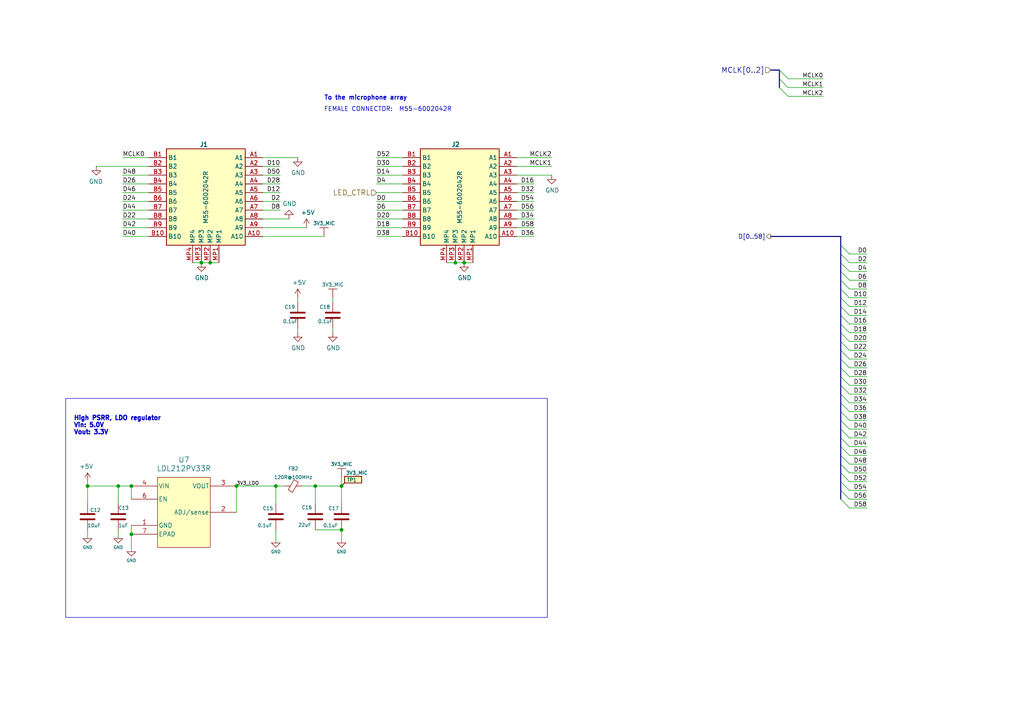
<source format=kicad_sch>
(kicad_sch (version 20250114) (generator "eeschema") (generator_version "9.0")
  (paper "A4")
  (lib_symbols
    (symbol "Connector:TestPoint_Flag" (pin_numbers (hide yes)) (pin_names (offset 0.762) (hide yes))
      (property "Reference" "TP" (at 3.429 1.778 0))
      (property "Value" "TestPoint_Flag" (at 3.302 4.191 0))
      (symbol "TestPoint_Flag_0_1"
        (polyline (pts (xy 0 0) (xy 0.889 0.889)) (stroke (width 0.254)))
        (rectangle (start 0.889 2.794) (end 5.842 0.889) (stroke (width 0.254)) (fill (type background)))
      )
      (symbol "TestPoint_Flag_1_1"
        (pin passive line (at 0 0 90) (length 0) (name "1") (number "1"))
      )
    )
    (symbol "Device:C" (pin_numbers (hide yes)) (pin_names (offset 0.254))
      (property "Reference" "C" (at 0.635 2.54 0))
      (property "Value" "C" (at 0.635 -2.54 0))
      (symbol "C_0_1"
        (polyline (pts (xy -2.032 0.762) (xy 2.032 0.762)) (stroke (width 0.508)))
        (polyline (pts (xy -2.032 -0.762) (xy 2.032 -0.762)) (stroke (width 0.508)))
      )
      (symbol "C_1_1"
        (pin passive line (at 0 3.81 270) (length 2.794) (name "~") (number "1"))
        (pin passive line (at 0 -3.81 90) (length 2.794) (name "~") (number "2"))
      )
    )
    (symbol "Device:FerriteBead_Small" (pin_numbers (hide yes)) (pin_names (offset 0))
      (property "Reference" "FB" (at 1.905 1.27 0))
      (property "Value" "FerriteBead_Small" (at 1.905 -1.27 0))
      (symbol "FerriteBead_Small_0_1"
        (polyline (pts (xy -1.8288 0.2794) (xy -1.1176 1.4986) (xy 1.8288 -0.2032) (xy 1.1176 -1.4224) (xy -1.8288 0.2794)))
        (polyline (pts (xy 0 0.889) (xy 0 1.2954)))
        (polyline (pts (xy 0 -1.27) (xy 0 -0.7874)))
      )
      (symbol "FerriteBead_Small_1_1"
        (pin passive line (at 0 2.54 270) (length 1.27) (name "~") (number "1"))
        (pin passive line (at 0 -2.54 90) (length 1.27) (name "~") (number "2"))
      )
    )
    (symbol "GND-crystal4p-matrix_rpi-rescue_10" (power) (pin_numbers (hide yes)) (pin_names (offset 0) (hide yes))
      (symbol "GND-crystal4p-matrix_rpi-rescue_10_0_1"
        (polyline (pts (xy -1.27 0) (xy 0 -1.27) (xy 1.27 0) (xy -1.27 0)))
      )
      (symbol "GND-crystal4p-matrix_rpi-rescue_10_1_1"
        (pin power_in line (at 0 0 90) (length 0) (hide yes) (name "GND") (number "1"))
      )
    )
    (symbol "GND-crystal4p-matrix_rpi-rescue_6" (power) (pin_numbers (hide yes)) (pin_names (offset 0) (hide yes))
      (symbol "GND-crystal4p-matrix_rpi-rescue_6_0_1"
        (polyline (pts (xy -1.27 0) (xy 0 -1.27) (xy 1.27 0) (xy -1.27 0)))
      )
      (symbol "GND-crystal4p-matrix_rpi-rescue_6_1_1"
        (pin power_in line (at 0 0 90) (length 0) (hide yes) (name "GND") (number "1"))
      )
    )
    (symbol "GND-crystal4p-matrix_rpi-rescue_7" (power) (pin_numbers (hide yes)) (pin_names (offset 0) (hide yes))
      (symbol "GND-crystal4p-matrix_rpi-rescue_7_0_1"
        (polyline (pts (xy -1.27 0) (xy 0 -1.27) (xy 1.27 0) (xy -1.27 0)))
      )
      (symbol "GND-crystal4p-matrix_rpi-rescue_7_1_1"
        (pin power_in line (at 0 0 90) (length 0) (hide yes) (name "GND") (number "1"))
      )
    )
    (symbol "GND-crystal4p-matrix_rpi-rescue_8" (power) (pin_numbers (hide yes)) (pin_names (offset 0) (hide yes))
      (symbol "GND-crystal4p-matrix_rpi-rescue_8_0_1"
        (polyline (pts (xy -1.27 0) (xy 0 -1.27) (xy 1.27 0) (xy -1.27 0)))
      )
      (symbol "GND-crystal4p-matrix_rpi-rescue_8_1_1"
        (pin power_in line (at 0 0 90) (length 0) (hide yes) (name "GND") (number "1"))
      )
    )
    (symbol "LDL212PV33R:LDL212PV33R" (pin_names (offset 0.254))
      (property "Reference" "U" (at 17.78 11.43 0))
      (property "Value" "LDL212PV33R" (at 17.78 8.89 0))
      (symbol "LDL212PV33R_1_1"
        (rectangle (start 0 6.35) (end 15.24 -13.97) (fill (type background)))
        (pin power_in line (at -7.62 3.81 0) (length 7.62) (name "VIN") (number "4"))
        (pin input line (at -7.62 0 0) (length 7.62) (name "EN") (number "6"))
        (pin power_in line (at -7.62 -7.62 0) (length 7.62) (name "GND") (number "1"))
        (pin power_in line (at -7.62 -10.16 0) (length 7.62) (name "EPAD") (number "7"))
        (pin power_out line (at 22.86 3.81 180) (length 7.62) (name "VOUT") (number "3"))
        (pin input line (at 22.86 -3.81 180) (length 7.62) (name "ADJ/sense") (number "2"))
        (pin no_connect line (at 26.67 -10.16 180) (length 7.62) (hide yes) (name "NC") (number "5"))
      )
    )
    (symbol "M55-7002042R:M55-7002042R"
      (property "Reference" "J" (at 34.29 15.24 0))
      (property "Value" "M55-7002042R" (at 34.29 12.7 0))
      (symbol "M55-7002042R_1_1"
        (rectangle (start 5.08 10.16) (end 33.02 -12.7) (stroke (width 0.254)) (fill (type background)))
        (pin passive line (at 0 2.54 0) (length 5.08) (name "MP4") (number "MP4"))
        (pin passive line (at 0 0 0) (length 5.08) (name "MP3") (number "MP3"))
        (pin passive line (at 0 -2.54 0) (length 5.08) (name "MP2") (number "MP2"))
        (pin passive line (at 0 -5.08 0) (length 5.08) (name "MP1") (number "MP1"))
        (pin passive line (at 7.62 15.24 270) (length 5.08) (name "B10") (number "B10"))
        (pin passive line (at 7.62 -17.78 90) (length 5.08) (name "A10") (number "A10"))
        (pin passive line (at 10.16 15.24 270) (length 5.08) (name "B9") (number "B9"))
        (pin passive line (at 10.16 -17.78 90) (length 5.08) (name "A9") (number "A9"))
        (pin passive line (at 12.7 15.24 270) (length 5.08) (name "B8") (number "B8"))
        (pin passive line (at 12.7 -17.78 90) (length 5.08) (name "A8") (number "A8"))
        (pin passive line (at 15.24 15.24 270) (length 5.08) (name "B7") (number "B7"))
        (pin passive line (at 15.24 -17.78 90) (length 5.08) (name "A7") (number "A7"))
        (pin passive line (at 17.78 15.24 270) (length 5.08) (name "B6") (number "B6"))
        (pin passive line (at 17.78 -17.78 90) (length 5.08) (name "A6") (number "A6"))
        (pin passive line (at 20.32 15.24 270) (length 5.08) (name "B5") (number "B5"))
        (pin passive line (at 20.32 -17.78 90) (length 5.08) (name "A5") (number "A5"))
        (pin passive line (at 22.86 15.24 270) (length 5.08) (name "B4") (number "B4"))
        (pin passive line (at 22.86 -17.78 90) (length 5.08) (name "A4") (number "A4"))
        (pin passive line (at 25.4 15.24 270) (length 5.08) (name "B3") (number "B3"))
        (pin passive line (at 25.4 -17.78 90) (length 5.08) (name "A3") (number "A3"))
        (pin passive line (at 27.94 15.24 270) (length 5.08) (name "B2") (number "B2"))
        (pin passive line (at 27.94 -17.78 90) (length 5.08) (name "A2") (number "A2"))
        (pin passive line (at 30.48 15.24 270) (length 5.08) (name "B1") (number "B1"))
        (pin passive line (at 30.48 -17.78 90) (length 5.08) (name "A1") (number "A1"))
      )
    )
    (symbol "array-rescue:GND-power-array-rescue" (power) (pin_names (offset 0))
      (property "Value" "GND-power-array-rescue" (at 0 -3.81 0))
      (symbol "GND-power-array-rescue_0_1"
        (polyline (pts (xy 0 0) (xy 0 -1.27) (xy 1.27 -1.27) (xy 0 -2.54) (xy -1.27 -1.27) (xy 0 -1.27)))
      )
      (symbol "GND-power-array-rescue_1_1"
        (pin power_in line (at 0 0 270) (length 0) (hide yes) (name "GND") (number "1"))
      )
    )
    (symbol "power:+5V" (power) (pin_names (offset 0))
      (property "Value" "+5V" (at 0 3.556 0))
      (symbol "+5V_0_1"
        (polyline (pts (xy -0.762 1.27) (xy 0 2.54)))
        (polyline (pts (xy 0 2.54) (xy 0.762 1.27)))
        (polyline (pts (xy 0 0) (xy 0 2.54)))
      )
      (symbol "+5V_1_1"
        (pin power_in line (at 0 0 90) (length 0) (hide yes) (name "+5V") (number "1"))
      )
    )
    (symbol "power_symbols:3V3_MIC" (power) (pin_names (offset 0))
      (property "Value" "3V3_MIC" (at 0 3.6046 0))
      (symbol "3V3_MIC_0_1"
        (polyline (pts (xy -1.27 2.54) (xy 1.27 2.54)))
        (polyline (pts (xy 0 0) (xy 0 2.54)))
      )
      (symbol "3V3_MIC_1_1"
        (pin power_in line (at 0 0 90) (length 0) (hide yes) (name "3V3_MIC") (number "1"))
      )
    )
  )
  (rectangle (start 19.05 115.57) (end 158.75 179.07))
  (text "To the microphone array" (at 93.98 29.21 0) (effects (font (size 1.27 1.27) (thickness 0.254) (bold yes)) (justify left bottom)))
  (text "High PSRR, LDO regulator\nVin: 5.0V\nVout: 3.3V" (at 21.336 123.444 0) (effects (font (size 1.27 1.27) (thickness 0.4) (bold yes)) (justify left)))
  (text "FEMALE CONNECTOR:  M55-6002042R" (at 93.98 32.512 0) (effects (font (size 1.27 1.27)) (justify left bottom)))
  (junction (at 34.29 140.97))
  (junction (at 134.62 76.2))
  (junction (at 68.58 140.97))
  (junction (at 38.1 140.97))
  (junction (at 99.06 140.97))
  (junction (at 60.96 76.2))
  (junction (at 132.08 76.2))
  (junction (at 80.01 140.97))
  (junction (at 25.4 140.97))
  (junction (at 99.06 153.67))
  (junction (at 38.1 154.94))
  (junction (at 91.44 140.97))
  (junction (at 58.42 76.2))
  (bus_entry (at 246.38 109.22) (size -2.54 -2.54))
  (bus_entry (at 226.06 25.4) (size 2.54 2.54))
  (bus_entry (at 246.38 139.7) (size -2.54 -2.54))
  (bus_entry (at 246.38 134.62) (size -2.54 -2.54))
  (bus_entry (at 246.38 83.82) (size -2.54 -2.54))
  (bus_entry (at 246.38 111.76) (size -2.54 -2.54))
  (bus_entry (at 246.38 73.66) (size -2.54 -2.54))
  (bus_entry (at 246.38 124.46) (size -2.54 -2.54))
  (bus_entry (at 246.38 91.44) (size -2.54 -2.54))
  (bus_entry (at 246.38 81.28) (size -2.54 -2.54))
  (bus_entry (at 246.38 121.92) (size -2.54 -2.54))
  (bus_entry (at 246.38 101.6) (size -2.54 -2.54))
  (bus_entry (at 226.06 22.86) (size 2.54 2.54))
  (bus_entry (at 246.38 129.54) (size -2.54 -2.54))
  (bus_entry (at 246.38 116.84) (size -2.54 -2.54))
  (bus_entry (at 246.38 96.52) (size -2.54 -2.54))
  (bus_entry (at 246.38 119.38) (size -2.54 -2.54))
  (bus_entry (at 246.38 99.06) (size -2.54 -2.54))
  (bus_entry (at 246.38 147.32) (size -2.54 -2.54))
  (bus_entry (at 226.06 20.32) (size 2.54 2.54))
  (bus_entry (at 246.38 88.9) (size -2.54 -2.54))
  (bus_entry (at 246.38 132.08) (size -2.54 -2.54))
  (bus_entry (at 246.38 106.68) (size -2.54 -2.54))
  (bus_entry (at 246.38 93.98) (size -2.54 -2.54))
  (bus_entry (at 246.38 104.14) (size -2.54 -2.54))
  (bus_entry (at 246.38 144.78) (size -2.54 -2.54))
  (bus_entry (at 246.38 114.3) (size -2.54 -2.54))
  (bus_entry (at 246.38 76.2) (size -2.54 -2.54))
  (bus_entry (at 246.38 78.74) (size -2.54 -2.54))
  (bus_entry (at 246.38 86.36) (size -2.54 -2.54))
  (bus_entry (at 246.38 127) (size -2.54 -2.54))
  (bus_entry (at 246.38 142.24) (size -2.54 -2.54))
  (bus_entry (at 246.38 137.16) (size -2.54 -2.54))
  (wire (pts (xy 251.46 86.36) (xy 246.38 86.36)))
  (wire (pts (xy 251.46 114.3) (xy 246.38 114.3)))
  (wire (pts (xy 25.4 156.21) (xy 25.4 153.67)))
  (wire (pts (xy 76.2 50.8) (xy 81.28 50.8)))
  (wire (pts (xy 76.2 58.42) (xy 81.28 58.42)))
  (wire (pts (xy 25.4 140.97) (xy 34.29 140.97)))
  (wire (pts (xy 60.96 76.2) (xy 63.5 76.2)))
  (wire (pts (xy 251.46 78.74) (xy 246.38 78.74)))
  (wire (pts (xy 82.55 140.97) (xy 80.01 140.97)))
  (wire (pts (xy 38.1 154.94) (xy 38.1 160.02)))
  (bus (pts (xy 243.84 71.12) (xy 243.84 73.66)))
  (bus (pts (xy 243.84 101.6) (xy 243.84 104.14)))
  (wire (pts (xy 99.06 138.43) (xy 99.06 140.97)))
  (wire (pts (xy 251.46 101.6) (xy 246.38 101.6)))
  (wire (pts (xy 251.46 147.32) (xy 246.38 147.32)))
  (wire (pts (xy 251.46 96.52) (xy 246.38 96.52)))
  (wire (pts (xy 149.86 66.04) (xy 154.94 66.04)))
  (wire (pts (xy 149.86 63.5) (xy 154.94 63.5)))
  (bus (pts (xy 243.84 127) (xy 243.84 129.54)))
  (bus (pts (xy 243.84 132.08) (xy 243.84 134.62)))
  (bus (pts (xy 243.84 96.52) (xy 243.84 99.06)))
  (wire (pts (xy 251.46 93.98) (xy 246.38 93.98)))
  (wire (pts (xy 99.06 140.97) (xy 99.06 146.05)))
  (wire (pts (xy 96.52 96.52) (xy 96.52 95.25)))
  (wire (pts (xy 251.46 127) (xy 246.38 127)))
  (wire (pts (xy 91.44 140.97) (xy 99.06 140.97)))
  (wire (pts (xy 91.44 140.97) (xy 91.44 146.05)))
  (wire (pts (xy 251.46 109.22) (xy 246.38 109.22)))
  (wire (pts (xy 251.46 83.82) (xy 246.38 83.82)))
  (wire (pts (xy 109.22 68.58) (xy 116.84 68.58)))
  (bus (pts (xy 243.84 83.82) (xy 243.84 86.36)))
  (bus (pts (xy 243.84 76.2) (xy 243.84 78.74)))
  (bus (pts (xy 243.84 109.22) (xy 243.84 111.76)))
  (wire (pts (xy 251.46 119.38) (xy 246.38 119.38)))
  (wire (pts (xy 68.58 140.97) (xy 80.01 140.97)))
  (wire (pts (xy 251.46 121.92) (xy 246.38 121.92)))
  (bus (pts (xy 243.84 68.58) (xy 243.84 71.12)))
  (wire (pts (xy 38.1 140.97) (xy 38.1 144.78)))
  (bus (pts (xy 243.84 93.98) (xy 243.84 96.52)))
  (wire (pts (xy 251.46 142.24) (xy 246.38 142.24)))
  (bus (pts (xy 243.84 116.84) (xy 243.84 119.38)))
  (wire (pts (xy 35.56 68.58) (xy 43.18 68.58)))
  (bus (pts (xy 243.84 119.38) (xy 243.84 121.92)))
  (wire (pts (xy 251.46 99.06) (xy 246.38 99.06)))
  (wire (pts (xy 149.86 50.8) (xy 160.02 50.8)))
  (wire (pts (xy 76.2 66.04) (xy 88.9 66.04)))
  (wire (pts (xy 251.46 134.62) (xy 246.38 134.62)))
  (wire (pts (xy 251.46 139.7) (xy 246.38 139.7)))
  (wire (pts (xy 55.88 76.2) (xy 58.42 76.2)))
  (wire (pts (xy 149.86 45.72) (xy 160.02 45.72)))
  (wire (pts (xy 251.46 76.2) (xy 246.38 76.2)))
  (bus (pts (xy 243.84 142.24) (xy 243.84 144.78)))
  (bus (pts (xy 243.84 88.9) (xy 243.84 91.44)))
  (wire (pts (xy 251.46 106.68) (xy 246.38 106.68)))
  (wire (pts (xy 34.29 153.67) (xy 34.29 156.21)))
  (wire (pts (xy 80.01 146.05) (xy 80.01 140.97)))
  (wire (pts (xy 68.58 140.97) (xy 68.58 148.59)))
  (bus (pts (xy 243.84 139.7) (xy 243.84 142.24)))
  (wire (pts (xy 134.62 76.2) (xy 137.16 76.2)))
  (wire (pts (xy 86.36 96.52) (xy 86.36 95.25)))
  (wire (pts (xy 35.56 60.96) (xy 43.18 60.96)))
  (wire (pts (xy 35.56 45.72) (xy 43.18 45.72)))
  (wire (pts (xy 76.2 45.72) (xy 86.36 45.72)))
  (wire (pts (xy 154.94 68.58) (xy 149.86 68.58)))
  (wire (pts (xy 109.22 63.5) (xy 116.84 63.5)))
  (wire (pts (xy 251.46 144.78) (xy 246.38 144.78)))
  (wire (pts (xy 80.01 157.48) (xy 80.01 153.67)))
  (wire (pts (xy 109.22 60.96) (xy 116.84 60.96)))
  (wire (pts (xy 149.86 48.26) (xy 160.02 48.26)))
  (wire (pts (xy 109.22 45.72) (xy 116.84 45.72)))
  (bus (pts (xy 243.84 99.06) (xy 243.84 101.6)))
  (wire (pts (xy 228.6 22.86) (xy 238.76 22.86)))
  (bus (pts (xy 243.84 91.44) (xy 243.84 93.98)))
  (bus (pts (xy 243.84 124.46) (xy 243.84 127)))
  (wire (pts (xy 76.2 68.58) (xy 93.98 68.58)))
  (wire (pts (xy 109.22 55.88) (xy 116.84 55.88)))
  (bus (pts (xy 226.06 20.32) (xy 226.06 22.86)))
  (bus (pts (xy 243.84 121.92) (xy 243.84 124.46)))
  (wire (pts (xy 109.22 53.34) (xy 116.84 53.34)))
  (bus (pts (xy 226.06 20.32) (xy 223.52 20.32)))
  (wire (pts (xy 58.42 76.2) (xy 60.96 76.2)))
  (wire (pts (xy 99.06 157.48) (xy 99.06 153.67)))
  (wire (pts (xy 109.22 58.42) (xy 116.84 58.42)))
  (bus (pts (xy 243.84 68.58) (xy 223.52 68.58)))
  (wire (pts (xy 251.46 116.84) (xy 246.38 116.84)))
  (wire (pts (xy 87.63 140.97) (xy 91.44 140.97)))
  (wire (pts (xy 129.54 76.2) (xy 132.08 76.2)))
  (bus (pts (xy 243.84 106.68) (xy 243.84 109.22)))
  (wire (pts (xy 76.2 48.26) (xy 81.28 48.26)))
  (wire (pts (xy 149.86 55.88) (xy 154.94 55.88)))
  (wire (pts (xy 251.46 124.46) (xy 246.38 124.46)))
  (bus (pts (xy 243.84 86.36) (xy 243.84 88.9)))
  (wire (pts (xy 25.4 139.7) (xy 25.4 140.97)))
  (bus (pts (xy 243.84 137.16) (xy 243.84 139.7)))
  (wire (pts (xy 96.52 86.36) (xy 96.52 87.63)))
  (wire (pts (xy 38.1 152.4) (xy 38.1 154.94)))
  (wire (pts (xy 149.86 53.34) (xy 154.94 53.34)))
  (wire (pts (xy 35.56 50.8) (xy 43.18 50.8)))
  (wire (pts (xy 251.46 129.54) (xy 246.38 129.54)))
  (wire (pts (xy 251.46 81.28) (xy 246.38 81.28)))
  (wire (pts (xy 251.46 132.08) (xy 246.38 132.08)))
  (wire (pts (xy 251.46 137.16) (xy 246.38 137.16)))
  (wire (pts (xy 76.2 63.5) (xy 83.82 63.5)))
  (wire (pts (xy 109.22 66.04) (xy 116.84 66.04)))
  (wire (pts (xy 134.62 76.2) (xy 132.08 76.2)))
  (bus (pts (xy 243.84 114.3) (xy 243.84 116.84)))
  (wire (pts (xy 109.22 48.26) (xy 116.84 48.26)))
  (wire (pts (xy 149.86 58.42) (xy 154.94 58.42)))
  (bus (pts (xy 243.84 104.14) (xy 243.84 106.68)))
  (wire (pts (xy 251.46 88.9) (xy 246.38 88.9)))
  (wire (pts (xy 76.2 55.88) (xy 81.28 55.88)))
  (wire (pts (xy 149.86 60.96) (xy 154.94 60.96)))
  (wire (pts (xy 27.94 48.26) (xy 43.18 48.26)))
  (bus (pts (xy 226.06 22.86) (xy 226.06 25.4)))
  (bus (pts (xy 243.84 73.66) (xy 243.84 76.2)))
  (wire (pts (xy 251.46 73.66) (xy 246.38 73.66)))
  (wire (pts (xy 35.56 66.04) (xy 43.18 66.04)))
  (bus (pts (xy 243.84 134.62) (xy 243.84 137.16)))
  (wire (pts (xy 251.46 111.76) (xy 246.38 111.76)))
  (wire (pts (xy 251.46 91.44) (xy 246.38 91.44)))
  (wire (pts (xy 91.44 153.67) (xy 99.06 153.67)))
  (wire (pts (xy 86.36 86.36) (xy 86.36 87.63)))
  (wire (pts (xy 228.6 25.4) (xy 238.76 25.4)))
  (bus (pts (xy 243.84 111.76) (xy 243.84 114.3)))
  (wire (pts (xy 76.2 53.34) (xy 81.28 53.34)))
  (wire (pts (xy 251.46 104.14) (xy 246.38 104.14)))
  (wire (pts (xy 34.29 140.97) (xy 38.1 140.97)))
  (wire (pts (xy 35.56 63.5) (xy 43.18 63.5)))
  (wire (pts (xy 35.56 53.34) (xy 43.18 53.34)))
  (wire (pts (xy 76.2 60.96) (xy 81.28 60.96)))
  (wire (pts (xy 109.22 50.8) (xy 116.84 50.8)))
  (bus (pts (xy 243.84 78.74) (xy 243.84 81.28)))
  (bus (pts (xy 243.84 81.28) (xy 243.84 83.82)))
  (wire (pts (xy 34.29 140.97) (xy 34.29 146.05)))
  (wire (pts (xy 228.6 27.94) (xy 238.76 27.94)))
  (wire (pts (xy 25.4 146.05) (xy 25.4 140.97)))
  (wire (pts (xy 35.56 58.42) (xy 43.18 58.42)))
  (wire (pts (xy 35.56 55.88) (xy 43.18 55.88)))
  (bus (pts (xy 243.84 129.54) (xy 243.84 132.08)))
  (label "D28" (at 81.28 53.34 180))
  (label "D6" (at 109.22 60.96 0))
  (label "D48" (at 35.56 50.8 0))
  (label "D10" (at 251.46 86.36 180))
  (label "D22" (at 35.56 63.5 0))
  (label "D6" (at 251.46 81.28 180))
  (label "D50" (at 251.46 137.16 180))
  (label "D12" (at 81.28 55.88 180))
  (label "D24" (at 35.56 58.42 0))
  (label "D16" (at 154.94 53.34 180))
  (label "D20" (at 109.22 63.5 0))
  (label "D0" (at 251.46 73.66 180))
  (label "D30" (at 251.46 111.76 180))
  (label "D44" (at 251.46 129.54 180))
  (label "3V3_LDO" (at 68.58 140.97 0) (effects (font (size 1 1))))
  (label "D46" (at 251.46 132.08 180))
  (label "MCLK2" (at 160.02 45.72 180))
  (label "D24" (at 251.46 104.14 180))
  (label "MCLK2" (at 238.76 27.94 180) (effects (font (size 1.1938 1.1938))))
  (label "D46" (at 35.56 55.88 0))
  (label "D2" (at 81.28 58.42 180))
  (label "D34" (at 251.46 116.84 180))
  (label "D58" (at 251.46 147.32 180))
  (label "D8" (at 81.28 60.96 180))
  (label "D36" (at 251.46 119.38 180))
  (label "MCLK0" (at 238.76 22.86 180) (effects (font (size 1.1938 1.1938))))
  (label "D14" (at 251.46 91.44 180))
  (label "D32" (at 251.46 114.3 180))
  (label "D30" (at 109.22 48.26 0))
  (label "D22" (at 251.46 101.6 180))
  (label "D38" (at 109.22 68.58 0))
  (label "D52" (at 251.46 139.7 180))
  (label "D54" (at 154.94 58.42 180))
  (label "D42" (at 35.56 66.04 0))
  (label "D26" (at 251.46 106.68 180))
  (label "D28" (at 251.46 109.22 180))
  (label "D20" (at 251.46 99.06 180))
  (label "D4" (at 251.46 78.74 180))
  (label "D54" (at 251.46 142.24 180))
  (label "D34" (at 154.94 63.5 180))
  (label "D16" (at 251.46 93.98 180))
  (label "D38" (at 251.46 121.92 180))
  (label "D18" (at 109.22 66.04 0))
  (label "D2" (at 251.46 76.2 180))
  (label "D12" (at 251.46 88.9 180))
  (label "D50" (at 81.28 50.8 180))
  (label "D10" (at 81.28 48.26 180))
  (label "MCLK1" (at 238.76 25.4 180) (effects (font (size 1.1938 1.1938))))
  (label "D58" (at 154.94 66.04 180))
  (label "D40" (at 35.56 68.58 0))
  (label "D56" (at 251.46 144.78 180))
  (label "D42" (at 251.46 127 180))
  (label "MCLK0" (at 35.56 45.72 0))
  (label "MCLK1" (at 160.02 48.26 180))
  (label "D36" (at 154.94 68.58 180))
  (label "D4" (at 109.22 53.34 0))
  (label "D32" (at 154.94 55.88 180))
  (label "D0" (at 109.22 58.42 0))
  (label "D56" (at 154.94 60.96 180))
  (label "D14" (at 109.22 50.8 0))
  (label "D48" (at 251.46 134.62 180))
  (label "D52" (at 109.22 45.72 0))
  (label "D18" (at 251.46 96.52 180))
  (label "D40" (at 251.46 124.46 180))
  (label "D26" (at 35.56 53.34 0))
  (label "D44" (at 35.56 60.96 0))
  (label "D8" (at 251.46 83.82 180))
  (hierarchical_label "LED_CTRL" (shape input) (at 109.22 55.88 180) (effects (font (size 1.524 1.524))))
  (hierarchical_label "MCLK[0..2]" (shape input) (at 223.52 20.32 180) (effects (font (size 1.524 1.524))))
  (hierarchical_label "D[0..58]" (shape output) (at 223.52 68.58 180))
  (symbol (lib_id "LDL212PV33R:LDL212PV33R") (at 45.72 144.78 0) (unit 1)
    (property "Reference" "U7" (at 53.34 133.35 0) (effects (font (size 1.524 1.524))))
    (property "Value" "LDL212PV33R" (at 53.34 135.89 0) (effects (font (size 1.524 1.524))))
    (property "Footprint" "smd:DFN_V33R_STM" (effects (hide yes)))
    (property "Datasheet" "LDL212PV33R" (effects (hide yes)))
    (property "LCSC" "C2969892" (effects (hide yes)))
    (property "Manufacturer_Part_Number" "LDL212PV33R" (effects (hide yes)))
  )
  (symbol (lib_id "array-rescue:GND-power-array-rescue") (at 96.52 96.52 0) (unit 1)
    (property "Reference" "#PWR040" (effects (hide yes)))
    (property "Value" "GND" (at 96.647 100.9142 0))
  )
  (symbol (lib_id "power:+5V") (at 86.36 86.36 0) (unit 1)
    (property "Reference" "#PWR055" (effects (hide yes)))
    (property "Value" "+5V" (at 86.741 81.9658 0))
  )
  (symbol (lib_id "Device:C") (at 80.01 149.86 0) (mirror y) (unit 1)
    (property "Reference" "C15" (at 79.248 147.447 0) (effects (font (size 1 1)) (justify left)))
    (property "Value" "0.1uF" (at 78.994 152.4 0) (effects (font (size 1 1)) (justify left)))
    (property "Footprint" "smd:C_0201_0603Metric" (effects (hide yes)))
    (property "Datasheet" "https://mm.digikey.com/Volume0/opasdata/d220001/medias/docus/41/CL03A104KQ3NNNC_SS.pdf" (effects (hide yes)))
    (property "Description" "CAP CER 0.1UF 50V X7R 0402" (effects (hide yes)))
    (property "Manufacturer_Part_Number" "0201X104K160NT" (effects (hide yes)))
    (property "Digikey Part Number" "587-3498-1-ND  " (effects (hide yes)))
    (property "LCSC" "C2846674" (effects (hide yes)))
  )
  (symbol (lib_id "power_symbols:3V3_MIC") (at 96.52 86.36 0) (unit 1)
    (property "Reference" "#PWR054" (effects (hide yes)))
    (property "Value" "3V3_MIC" (at 96.52 82.55 0) (effects (font (size 1 1))))
    (property "Description" "Power symbol creates a global label with name \"VREF_RPI\"" (effects (hide yes)))
  )
  (symbol (lib_id "array-rescue:GND-power-array-rescue") (at 27.94 48.26 0) (mirror y) (unit 1)
    (property "Reference" "#PWR048" (effects (hide yes)))
    (property "Value" "GND" (at 27.813 52.6542 0))
    (instances (project "array" (path "" (reference "#PWR0125") (unit 1))) (project "controller" (path "" (reference "#PWR048") (unit 1))) (project "t20_controller" (path "" (reference "#PWR02") (unit 1)) (path "" (reference "#PWR02") (unit 1))))
  )
  (symbol (lib_name "GND-crystal4p-matrix_rpi-rescue_10") (lib_id "matrix_rpi-rescue:GND-crystal4p-matrix_rpi-rescue") (at 99.06 157.48 0) (unit 1)
    (property "Reference" "#PWR051" (effects (hide yes)))
    (property "Value" "GND" (at 99.06 160.02 0) (effects (font (size 0.889 0.889))))
  )
  (symbol (lib_id "array-rescue:GND-power-array-rescue") (at 134.62 76.2 0) (unit 1)
    (property "Reference" "#PWR050" (effects (hide yes)))
    (property "Value" "GND" (at 134.747 80.5942 0))
    (instances (project "array" (path "" (reference "#PWR0122") (unit 1))) (project "controller" (path "" (reference "#PWR050") (unit 1))) (project "t20_controller" (path "" (reference "#PWR05") (unit 1)) (path "" (reference "#PWR05") (unit 1))))
  )
  (symbol (lib_id "array-rescue:GND-power-array-rescue") (at 86.36 96.52 0) (unit 1)
    (property "Reference" "#PWR041" (effects (hide yes)))
    (property "Value" "GND" (at 86.487 100.9142 0))
  )
  (symbol (lib_id "Device:C") (at 91.44 149.86 0) (mirror y) (unit 1)
    (property "Reference" "C16" (at 90.551 147.193 0) (effects (font (size 1 1)) (justify left)))
    (property "Value" "22uF" (at 90.297 152.273 0) (effects (font (size 1 1)) (justify left)))
    (property "Footprint" "Capacitor_SMD:C_0805_2012Metric" (effects (hide yes)))
    (property "Description" "CAP CER 22UF 35V X5R 0805" (effects (hide yes)))
    (property "Manufacturer_Part_Number" "CL21A226MAQNNNE" (effects (hide yes)))
    (property "Digikey Part Number" "445-14428-1-ND " (effects (hide yes)))
    (property "LCSC" "C45783" (effects (hide yes)))
  )
  (symbol (lib_name "GND-crystal4p-matrix_rpi-rescue_6") (lib_id "matrix_rpi-rescue:GND-crystal4p-matrix_rpi-rescue") (at 25.4 156.21 0) (unit 1)
    (property "Reference" "#PWR044" (effects (hide yes)))
    (property "Value" "GND" (at 25.4 158.75 0) (effects (font (size 0.889 0.889))))
  )
  (symbol (lib_id "array-rescue:GND-power-array-rescue") (at 160.02 50.8 0) (unit 1)
    (property "Reference" "#PWR028" (effects (hide yes)))
    (property "Value" "GND" (at 160.147 55.1942 0))
    (instances (project "array" (path "" (reference "#PWR0124") (unit 1))) (project "controller" (path "" (reference "#PWR028") (unit 1))))
  )
  (symbol (lib_id "power:+5V") (at 88.9 66.04 0) (unit 1)
    (property "Reference" "#PWR027" (effects (hide yes)))
    (property "Value" "+5V" (at 89.281 61.6458 0))
  )
  (symbol (lib_id "Device:C") (at 34.29 149.86 0) (unit 1)
    (property "Reference" "C13" (at 34.29 147.32 0) (effects (font (size 1 1)) (justify left)))
    (property "Value" "1uF" (at 34.29 152.4 0) (effects (font (size 1 1)) (justify left)))
    (property "Footprint" "smd:C_0201_0603Metric" (effects (hide yes)))
    (property "Description" "CAP CER 1UF 50V X5R 0402" (effects (hide yes)))
    (property "Manufacturer_Part_Number" "CL03A105MP3NSNC" (effects (hide yes)))
    (property "Digikey Part Number" "587-6278-2-ND" (effects (hide yes)))
    (property "LCSC" "C87143" (effects (hide yes)))
  )
  (symbol (lib_name "GND-crystal4p-matrix_rpi-rescue_8") (lib_id "matrix_rpi-rescue:GND-crystal4p-matrix_rpi-rescue") (at 38.1 160.02 0) (unit 1)
    (property "Reference" "#PWR052" (effects (hide yes)))
    (property "Value" "GND" (at 38.1 162.56 0) (effects (font (size 0.889 0.889))))
  )
  (symbol (lib_id "M55-7002042R:M55-7002042R") (at 132.08 76.2 90) (unit 1)
    (property "Reference" "JM2" (at 130.81 41.91 90) (effects (font (bold yes)) (justify right)))
    (property "Value" "M55-6002042R" (at 133.35 49.53 0) (effects (justify right)))
    (property "Footprint" "Conn:HARWIN_M55-6002042R" (effects (hide yes)))
    (property "Datasheet" "https://componentsearchengine.com/Datasheets/1/M55-7002042R.pdf" (effects (hide yes)))
    (property "Description" "Board to Board & Mezzanine Connectors 20P 1.27 SMC Male" (effects (hide yes)))
    (property "Manufacturer_Name" "Harwin" (effects (hide yes)))
    (property "Manufacturer_Part_Number" "M55-7002042R" (effects (hide yes)))
    (property "Mouser Price/Stock" "https://www.mouser.co.uk/ProductDetail/Harwin/M55-7002042R?qs=rrS6PyfT74eAgkHB1jfH6g%3D%3D" (effects (hide yes)))
    (property "LCSC" "C6898669" (effects (hide yes)))
    (instances (project "array" (path "" (reference "J2") (unit 1))) (project "controller" (path "" (reference "JM2") (unit 1))) (project "t20_controller" (path "" (reference "J2") (unit 1)) (path "" (reference "J2") (unit 1))))
  )
  (symbol (lib_id "array-rescue:GND-power-array-rescue") (at 83.82 63.5 0) (mirror x) (unit 1)
    (property "Reference" "#PWR047" (effects (hide yes)))
    (property "Value" "GND" (at 83.947 59.1058 0))
    (instances (project "array" (path "" (reference "#PWR0125") (unit 1))) (project "controller" (path "" (reference "#PWR047") (unit 1))) (project "t20_controller" (path "" (reference "#PWR02") (unit 1)) (path "" (reference "#PWR02") (unit 1))))
  )
  (symbol (lib_id "array-rescue:GND-power-array-rescue") (at 58.42 76.2 0) (unit 1)
    (property "Reference" "#PWR049" (effects (hide yes)))
    (property "Value" "GND" (at 58.547 80.5942 0))
    (instances (project "array" (path "" (reference "#PWR0123") (unit 1))) (project "controller" (path "" (reference "#PWR049") (unit 1))) (project "t20_controller" (path "" (reference "#PWR04") (unit 1)) (path "" (reference "#PWR04") (unit 1))))
  )
  (symbol (lib_id "power_symbols:3V3_MIC") (at 93.98 68.58 0) (unit 1)
    (property "Reference" "#PWR071" (effects (hide yes)))
    (property "Value" "3V3_MIC" (at 93.98 64.77 0) (effects (font (size 1 1))))
    (property "Description" "Power symbol creates a global label with name \"VREF_RPI\"" (effects (hide yes)))
  )
  (symbol (lib_id "Device:C") (at 25.4 149.86 0) (mirror y) (unit 1)
    (property "Reference" "C12" (at 29.21 147.955 0) (effects (font (size 1 1)) (justify left)))
    (property "Value" "10uF" (at 29.21 152.4 0) (effects (font (size 1 1)) (justify left)))
    (property "Footprint" "Capacitor_SMD:C_0603_1608Metric" (effects (hide yes)))
    (property "Datasheet" "https://mm.digikey.com/Volume0/opasdata/d220001/medias/docus/43/CL10A106KP8NNNC_Spec.pdf" (effects (hide yes)))
    (property "Description" "CAP CER 10UF 10V X5R 0402" (effects (hide yes)))
    (property "Manufacturer_Part_Number" "CL10A106KP8NNNC" (effects (hide yes)))
    (property "Digikey Part Number" "1276-6830-2-ND" (effects (hide yes)))
    (property "LCSC" "C19702" (effects (hide yes)))
  )
  (symbol (lib_id "array-rescue:GND-power-array-rescue") (at 86.36 45.72 0) (unit 1)
    (property "Reference" "#PWR046" (effects (hide yes)))
    (property "Value" "GND" (at 86.487 50.1142 0))
    (instances (project "array" (path "" (reference "#PWR0125") (unit 1))) (project "controller" (path "" (reference "#PWR046") (unit 1))) (project "t20_controller" (path "" (reference "#PWR02") (unit 1)) (path "" (reference "#PWR02") (unit 1))))
  )
  (symbol (lib_name "GND-crystal4p-matrix_rpi-rescue_10") (lib_id "matrix_rpi-rescue:GND-crystal4p-matrix_rpi-rescue") (at 80.01 157.48 0) (unit 1)
    (property "Reference" "#PWR053" (effects (hide yes)))
    (property "Value" "GND" (at 80.01 160.02 0) (effects (font (size 0.889 0.889))))
  )
  (symbol (lib_id "Device:C") (at 86.36 91.44 0) (mirror y) (unit 1)
    (property "Reference" "C19" (at 85.598 89.027 0) (effects (font (size 1 1)) (justify left)))
    (property "Value" "0.1uF" (at 86.36 93.218 0) (effects (font (size 1 1)) (justify left)))
    (property "Footprint" "smd:C_0201_0603Metric" (effects (hide yes)))
    (property "Datasheet" "https://mm.digikey.com/Volume0/opasdata/d220001/medias/docus/41/CL03A104KQ3NNNC_SS.pdf" (effects (hide yes)))
    (property "Description" "CAP CER 0.1UF 50V X7R 0402" (effects (hide yes)))
    (property "Manufacturer_Part_Number" "0201X104K160NT" (effects (hide yes)))
    (property "Digikey Part Number" "587-3498-1-ND  " (effects (hide yes)))
    (property "LCSC" "C2846674" (effects (hide yes)))
  )
  (symbol (lib_id "Connector:TestPoint_Flag") (at 99.06 140.97 0) (unit 1) (in_bom no)
    (property "Reference" "TP1" (at 100.584 139.192 0) (effects (font (size 1 1)) (justify left)))
    (property "Value" "3V3_MIC" (at 100.33 137.16 0) (effects (font (size 1 1)) (justify left)))
    (property "Footprint" "TestPoint:TestPoint_Pad_D1.0mm" (effects (hide yes)))
    (property "Description" "test point (alternative flag-style design)" (effects (hide yes)))
  )
  (symbol (lib_id "power_symbols:3V3_MIC") (at 99.06 138.43 0) (unit 1)
    (property "Reference" "#PWR042" (effects (hide yes)))
    (property "Value" "3V3_MIC" (at 99.06 134.62 0) (effects (font (size 1 1))))
    (property "Description" "Power symbol creates a global label with name \"VREF_RPI\"" (effects (hide yes)))
  )
  (symbol (lib_id "Device:FerriteBead_Small") (at 85.09 140.97 90) (unit 1)
    (property "Reference" "FB2" (at 85.0519 135.89 90) (effects (font (size 1 1))))
    (property "Value" "120R@100MHz" (at 85.0519 138.43 90) (effects (font (size 1 1))))
    (property "Footprint" "Inductor_SMD:L_0603_1608Metric" (effects (hide yes)))
    (property "Datasheet" "https://productfinder.pulseelectronics.com/api/open/part-attachments/datasheet/BBUP00201209121Y00" (effects (hide yes)))
    (property "Description" "FERRITE BEAD 120 OHM 0805 1LN" (effects (hide yes)))
    (property "Manufacturer_Part_Number" "GZ1608D121TF" (effects (hide yes)))
    (property "Digikey Part Number" "553-BBUP00201209121Y00TR-ND" (effects (hide yes)))
    (property "LCSC" "C12391" (effects (hide yes)))
  )
  (symbol (lib_id "power:+5V") (at 25.4 139.7 0) (mirror y) (unit 1)
    (property "Reference" "#PWR043" (effects (hide yes)))
    (property "Value" "+5V" (at 25.019 135.3058 0))
  )
  (symbol (lib_id "Device:C") (at 99.06 149.86 0) (mirror y) (unit 1)
    (property "Reference" "C17" (at 98.298 147.447 0) (effects (font (size 1 1)) (justify left)))
    (property "Value" "0.1uF" (at 98.044 152.4 0) (effects (font (size 1 1)) (justify left)))
    (property "Footprint" "smd:C_0201_0603Metric" (effects (hide yes)))
    (property "Datasheet" "https://mm.digikey.com/Volume0/opasdata/d220001/medias/docus/41/CL03A104KQ3NNNC_SS.pdf" (effects (hide yes)))
    (property "Description" "CAP CER 0.1UF 50V X7R 0402" (effects (hide yes)))
    (property "Manufacturer_Part_Number" "0201X104K160NT" (effects (hide yes)))
    (property "Digikey Part Number" "587-3498-1-ND  " (effects (hide yes)))
    (property "LCSC" "C2846674" (effects (hide yes)))
  )
  (symbol (lib_id "M55-7002042R:M55-7002042R") (at 58.42 76.2 90) (unit 1)
    (property "Reference" "JM1" (at 57.785 41.91 90) (effects (font (bold yes)) (justify right)))
    (property "Value" "M55-6002042R" (at 59.69 49.53 0) (effects (justify right)))
    (property "Footprint" "Conn:HARWIN_M55-6002042R" (effects (hide yes)))
    (property "Datasheet" "https://componentsearchengine.com/Datasheets/1/M55-7002042R.pdf" (effects (hide yes)))
    (property "Description" "Board to Board & Mezzanine Connectors 20P 1.27 SMC Male" (effects (hide yes)))
    (property "Manufacturer_Name" "Harwin" (effects (hide yes)))
    (property "Manufacturer_Part_Number" "M55-7002042R" (effects (hide yes)))
    (property "Mouser Price/Stock" "https://www.mouser.co.uk/ProductDetail/Harwin/M55-7002042R?qs=rrS6PyfT74eAgkHB1jfH6g%3D%3D" (effects (hide yes)))
    (property "LCSC" "C6898669" (effects (hide yes)))
    (instances (project "array" (path "" (reference "J1") (unit 1))) (project "controller" (path "" (reference "JM1") (unit 1))) (project "t20_controller" (path "" (reference "J1") (unit 1)) (path "" (reference "J1") (unit 1))))
  )
  (symbol (lib_name "GND-crystal4p-matrix_rpi-rescue_7") (lib_id "matrix_rpi-rescue:GND-crystal4p-matrix_rpi-rescue") (at 34.29 156.21 0) (unit 1)
    (property "Reference" "#PWR045" (effects (hide yes)))
    (property "Value" "GND" (at 34.29 158.75 0) (effects (font (size 0.889 0.889))))
  )
  (symbol (lib_id "Device:C") (at 96.52 91.44 0) (mirror y) (unit 1)
    (property "Reference" "C18" (at 95.758 89.027 0) (effects (font (size 1 1)) (justify left)))
    (property "Value" "0.1uF" (at 96.52 93.218 0) (effects (font (size 1 1)) (justify left)))
    (property "Footprint" "smd:C_0201_0603Metric" (effects (hide yes)))
    (property "Datasheet" "https://mm.digikey.com/Volume0/opasdata/d220001/medias/docus/41/CL03A104KQ3NNNC_SS.pdf" (effects (hide yes)))
    (property "Description" "CAP CER 0.1UF 50V X7R 0402" (effects (hide yes)))
    (property "Manufacturer_Part_Number" "0201X104K160NT" (effects (hide yes)))
    (property "Digikey Part Number" "587-3498-1-ND  " (effects (hide yes)))
    (property "LCSC" "C2846674" (effects (hide yes)))
  )
)
</source>
